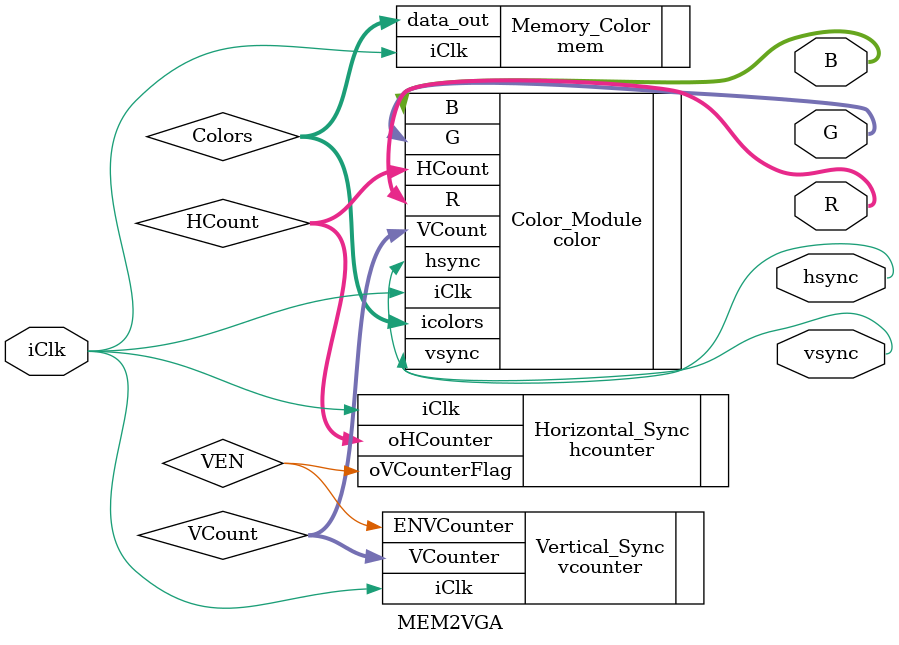
<source format=v>
module MEM2VGA (
	input iClk,
	output hsync, // 800 px - 640 para video
	output vsync, //525 px - 480 para video
	output [3:0]R,
	output [3:0]G,
	output [3:0]B
);

wire Clk25MHz;
wire VEN;
wire [15:0]HCount;
wire [15:0]VCount;
wire [11:0]Colors;

//FD CLK_25_MHz(
//.iClk (iClk),
//.ofrec (Clk25MHz)
//);


hcounter Horizontal_Sync (
.iClk (iClk),
.oHCounter (HCount),
.oVCounterFlag (VEN)
);

vcounter Vertical_Sync (
.iClk (iClk),
.ENVCounter (VEN),
.VCounter (VCount)
);

mem Memory_Color (
.iClk (iClk),
.data_out (Colors)
);

color Color_Module (
.iClk (iClk),
.icolors (Colors),
.HCount (HCount),
.VCount (VCount),
.R (R),
.G (G),
.B (B),
.hsync (hsync),
.vsync (vsync)
);

endmodule 
</source>
